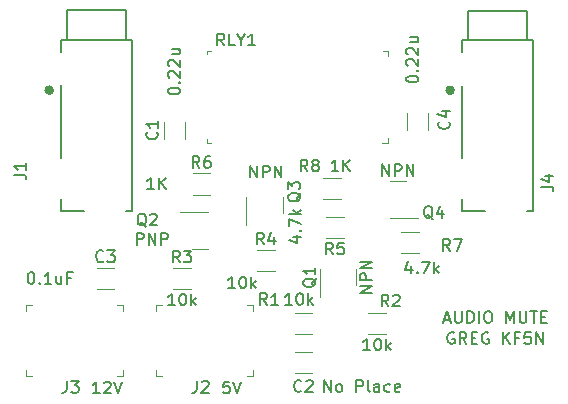
<source format=gto>
G04 #@! TF.GenerationSoftware,KiCad,Pcbnew,6.0.5-a6ca702e91~116~ubuntu20.04.1*
G04 #@! TF.CreationDate,2022-05-28T13:47:51-04:00*
G04 #@! TF.ProjectId,audiomute,61756469-6f6d-4757-9465-2e6b69636164,rev?*
G04 #@! TF.SameCoordinates,Original*
G04 #@! TF.FileFunction,Legend,Top*
G04 #@! TF.FilePolarity,Positive*
%FSLAX46Y46*%
G04 Gerber Fmt 4.6, Leading zero omitted, Abs format (unit mm)*
G04 Created by KiCad (PCBNEW 6.0.5-a6ca702e91~116~ubuntu20.04.1) date 2022-05-28 13:47:51*
%MOMM*%
%LPD*%
G01*
G04 APERTURE LIST*
%ADD10C,0.150000*%
%ADD11C,0.120000*%
%ADD12C,0.100000*%
%ADD13C,0.127000*%
%ADD14C,0.400000*%
G04 APERTURE END LIST*
D10*
X120579000Y-100592000D02*
X120483761Y-100544380D01*
X120340904Y-100544380D01*
X120198047Y-100592000D01*
X120102809Y-100687238D01*
X120055190Y-100782476D01*
X120007571Y-100972952D01*
X120007571Y-101115809D01*
X120055190Y-101306285D01*
X120102809Y-101401523D01*
X120198047Y-101496761D01*
X120340904Y-101544380D01*
X120436142Y-101544380D01*
X120579000Y-101496761D01*
X120626619Y-101449142D01*
X120626619Y-101115809D01*
X120436142Y-101115809D01*
X121626619Y-101544380D02*
X121293285Y-101068190D01*
X121055190Y-101544380D02*
X121055190Y-100544380D01*
X121436142Y-100544380D01*
X121531380Y-100592000D01*
X121579000Y-100639619D01*
X121626619Y-100734857D01*
X121626619Y-100877714D01*
X121579000Y-100972952D01*
X121531380Y-101020571D01*
X121436142Y-101068190D01*
X121055190Y-101068190D01*
X122055190Y-101020571D02*
X122388523Y-101020571D01*
X122531380Y-101544380D02*
X122055190Y-101544380D01*
X122055190Y-100544380D01*
X122531380Y-100544380D01*
X123483761Y-100592000D02*
X123388523Y-100544380D01*
X123245666Y-100544380D01*
X123102809Y-100592000D01*
X123007571Y-100687238D01*
X122959952Y-100782476D01*
X122912333Y-100972952D01*
X122912333Y-101115809D01*
X122959952Y-101306285D01*
X123007571Y-101401523D01*
X123102809Y-101496761D01*
X123245666Y-101544380D01*
X123340904Y-101544380D01*
X123483761Y-101496761D01*
X123531380Y-101449142D01*
X123531380Y-101115809D01*
X123340904Y-101115809D01*
X124721857Y-101544380D02*
X124721857Y-100544380D01*
X125293285Y-101544380D02*
X124864714Y-100972952D01*
X125293285Y-100544380D02*
X124721857Y-101115809D01*
X126055190Y-101020571D02*
X125721857Y-101020571D01*
X125721857Y-101544380D02*
X125721857Y-100544380D01*
X126198047Y-100544380D01*
X127055190Y-100544380D02*
X126579000Y-100544380D01*
X126531380Y-101020571D01*
X126579000Y-100972952D01*
X126674238Y-100925333D01*
X126912333Y-100925333D01*
X127007571Y-100972952D01*
X127055190Y-101020571D01*
X127102809Y-101115809D01*
X127102809Y-101353904D01*
X127055190Y-101449142D01*
X127007571Y-101496761D01*
X126912333Y-101544380D01*
X126674238Y-101544380D01*
X126579000Y-101496761D01*
X126531380Y-101449142D01*
X127531380Y-101544380D02*
X127531380Y-100544380D01*
X128102809Y-101544380D01*
X128102809Y-100544380D01*
X90566952Y-105735380D02*
X89995523Y-105735380D01*
X90281238Y-105735380D02*
X90281238Y-104735380D01*
X90186000Y-104878238D01*
X90090761Y-104973476D01*
X89995523Y-105021095D01*
X90947904Y-104830619D02*
X90995523Y-104783000D01*
X91090761Y-104735380D01*
X91328857Y-104735380D01*
X91424095Y-104783000D01*
X91471714Y-104830619D01*
X91519333Y-104925857D01*
X91519333Y-105021095D01*
X91471714Y-105163952D01*
X90900285Y-105735380D01*
X91519333Y-105735380D01*
X91805047Y-104735380D02*
X92138380Y-105735380D01*
X92471714Y-104735380D01*
X101536523Y-104735380D02*
X101060333Y-104735380D01*
X101012714Y-105211571D01*
X101060333Y-105163952D01*
X101155571Y-105116333D01*
X101393666Y-105116333D01*
X101488904Y-105163952D01*
X101536523Y-105211571D01*
X101584142Y-105306809D01*
X101584142Y-105544904D01*
X101536523Y-105640142D01*
X101488904Y-105687761D01*
X101393666Y-105735380D01*
X101155571Y-105735380D01*
X101060333Y-105687761D01*
X101012714Y-105640142D01*
X101869857Y-104735380D02*
X102203190Y-105735380D01*
X102536523Y-104735380D01*
X119745666Y-99480666D02*
X120221857Y-99480666D01*
X119650428Y-99766380D02*
X119983761Y-98766380D01*
X120317095Y-99766380D01*
X120650428Y-98766380D02*
X120650428Y-99575904D01*
X120698047Y-99671142D01*
X120745666Y-99718761D01*
X120840904Y-99766380D01*
X121031380Y-99766380D01*
X121126619Y-99718761D01*
X121174238Y-99671142D01*
X121221857Y-99575904D01*
X121221857Y-98766380D01*
X121698047Y-99766380D02*
X121698047Y-98766380D01*
X121936142Y-98766380D01*
X122079000Y-98814000D01*
X122174238Y-98909238D01*
X122221857Y-99004476D01*
X122269476Y-99194952D01*
X122269476Y-99337809D01*
X122221857Y-99528285D01*
X122174238Y-99623523D01*
X122079000Y-99718761D01*
X121936142Y-99766380D01*
X121698047Y-99766380D01*
X122698047Y-99766380D02*
X122698047Y-98766380D01*
X123364714Y-98766380D02*
X123555190Y-98766380D01*
X123650428Y-98814000D01*
X123745666Y-98909238D01*
X123793285Y-99099714D01*
X123793285Y-99433047D01*
X123745666Y-99623523D01*
X123650428Y-99718761D01*
X123555190Y-99766380D01*
X123364714Y-99766380D01*
X123269476Y-99718761D01*
X123174238Y-99623523D01*
X123126619Y-99433047D01*
X123126619Y-99099714D01*
X123174238Y-98909238D01*
X123269476Y-98814000D01*
X123364714Y-98766380D01*
X124983761Y-99766380D02*
X124983761Y-98766380D01*
X125317095Y-99480666D01*
X125650428Y-98766380D01*
X125650428Y-99766380D01*
X126126619Y-98766380D02*
X126126619Y-99575904D01*
X126174238Y-99671142D01*
X126221857Y-99718761D01*
X126317095Y-99766380D01*
X126507571Y-99766380D01*
X126602809Y-99718761D01*
X126650428Y-99671142D01*
X126698047Y-99575904D01*
X126698047Y-98766380D01*
X127031380Y-98766380D02*
X127602809Y-98766380D01*
X127317095Y-99766380D02*
X127317095Y-98766380D01*
X127936142Y-99242571D02*
X128269476Y-99242571D01*
X128412333Y-99766380D02*
X127936142Y-99766380D01*
X127936142Y-98766380D01*
X128412333Y-98766380D01*
X115022333Y-98369380D02*
X114689000Y-97893190D01*
X114450904Y-98369380D02*
X114450904Y-97369380D01*
X114831857Y-97369380D01*
X114927095Y-97417000D01*
X114974714Y-97464619D01*
X115022333Y-97559857D01*
X115022333Y-97702714D01*
X114974714Y-97797952D01*
X114927095Y-97845571D01*
X114831857Y-97893190D01*
X114450904Y-97893190D01*
X115403285Y-97464619D02*
X115450904Y-97417000D01*
X115546142Y-97369380D01*
X115784238Y-97369380D01*
X115879476Y-97417000D01*
X115927095Y-97464619D01*
X115974714Y-97559857D01*
X115974714Y-97655095D01*
X115927095Y-97797952D01*
X115355666Y-98369380D01*
X115974714Y-98369380D01*
X113450761Y-102094380D02*
X112879333Y-102094380D01*
X113165047Y-102094380D02*
X113165047Y-101094380D01*
X113069809Y-101237238D01*
X112974571Y-101332476D01*
X112879333Y-101380095D01*
X114069809Y-101094380D02*
X114165047Y-101094380D01*
X114260285Y-101142000D01*
X114307904Y-101189619D01*
X114355523Y-101284857D01*
X114403142Y-101475333D01*
X114403142Y-101713428D01*
X114355523Y-101903904D01*
X114307904Y-101999142D01*
X114260285Y-102046761D01*
X114165047Y-102094380D01*
X114069809Y-102094380D01*
X113974571Y-102046761D01*
X113926952Y-101999142D01*
X113879333Y-101903904D01*
X113831714Y-101713428D01*
X113831714Y-101475333D01*
X113879333Y-101284857D01*
X113926952Y-101189619D01*
X113974571Y-101142000D01*
X114069809Y-101094380D01*
X114831714Y-102094380D02*
X114831714Y-101094380D01*
X114926952Y-101713428D02*
X115212666Y-102094380D01*
X115212666Y-101427714D02*
X114831714Y-101808666D01*
X108891619Y-95980238D02*
X108844000Y-96075476D01*
X108748761Y-96170714D01*
X108605904Y-96313571D01*
X108558285Y-96408809D01*
X108558285Y-96504047D01*
X108796380Y-96456428D02*
X108748761Y-96551666D01*
X108653523Y-96646904D01*
X108463047Y-96694523D01*
X108129714Y-96694523D01*
X107939238Y-96646904D01*
X107844000Y-96551666D01*
X107796380Y-96456428D01*
X107796380Y-96265952D01*
X107844000Y-96170714D01*
X107939238Y-96075476D01*
X108129714Y-96027857D01*
X108463047Y-96027857D01*
X108653523Y-96075476D01*
X108748761Y-96170714D01*
X108796380Y-96265952D01*
X108796380Y-96456428D01*
X108796380Y-95075476D02*
X108796380Y-95646904D01*
X108796380Y-95361190D02*
X107796380Y-95361190D01*
X107939238Y-95456428D01*
X108034476Y-95551666D01*
X108082095Y-95646904D01*
X113596380Y-97194523D02*
X112596380Y-97194523D01*
X113596380Y-96623095D01*
X112596380Y-96623095D01*
X113596380Y-96146904D02*
X112596380Y-96146904D01*
X112596380Y-95765952D01*
X112644000Y-95670714D01*
X112691619Y-95623095D01*
X112786857Y-95575476D01*
X112929714Y-95575476D01*
X113024952Y-95623095D01*
X113072571Y-95670714D01*
X113120190Y-95765952D01*
X113120190Y-96146904D01*
X113596380Y-95146904D02*
X112596380Y-95146904D01*
X113596380Y-94575476D01*
X112596380Y-94575476D01*
X107608619Y-88741238D02*
X107561000Y-88836476D01*
X107465761Y-88931714D01*
X107322904Y-89074571D01*
X107275285Y-89169809D01*
X107275285Y-89265047D01*
X107513380Y-89217428D02*
X107465761Y-89312666D01*
X107370523Y-89407904D01*
X107180047Y-89455523D01*
X106846714Y-89455523D01*
X106656238Y-89407904D01*
X106561000Y-89312666D01*
X106513380Y-89217428D01*
X106513380Y-89026952D01*
X106561000Y-88931714D01*
X106656238Y-88836476D01*
X106846714Y-88788857D01*
X107180047Y-88788857D01*
X107370523Y-88836476D01*
X107465761Y-88931714D01*
X107513380Y-89026952D01*
X107513380Y-89217428D01*
X106513380Y-88455523D02*
X106513380Y-87836476D01*
X106894333Y-88169809D01*
X106894333Y-88026952D01*
X106941952Y-87931714D01*
X106989571Y-87884095D01*
X107084809Y-87836476D01*
X107322904Y-87836476D01*
X107418142Y-87884095D01*
X107465761Y-87931714D01*
X107513380Y-88026952D01*
X107513380Y-88312666D01*
X107465761Y-88407904D01*
X107418142Y-88455523D01*
X103338476Y-87447380D02*
X103338476Y-86447380D01*
X103909904Y-87447380D01*
X103909904Y-86447380D01*
X104386095Y-87447380D02*
X104386095Y-86447380D01*
X104767047Y-86447380D01*
X104862285Y-86495000D01*
X104909904Y-86542619D01*
X104957523Y-86637857D01*
X104957523Y-86780714D01*
X104909904Y-86875952D01*
X104862285Y-86923571D01*
X104767047Y-86971190D01*
X104386095Y-86971190D01*
X105386095Y-87447380D02*
X105386095Y-86447380D01*
X105957523Y-87447380D01*
X105957523Y-86447380D01*
X107656333Y-105513142D02*
X107608714Y-105560761D01*
X107465857Y-105608380D01*
X107370619Y-105608380D01*
X107227761Y-105560761D01*
X107132523Y-105465523D01*
X107084904Y-105370285D01*
X107037285Y-105179809D01*
X107037285Y-105036952D01*
X107084904Y-104846476D01*
X107132523Y-104751238D01*
X107227761Y-104656000D01*
X107370619Y-104608380D01*
X107465857Y-104608380D01*
X107608714Y-104656000D01*
X107656333Y-104703619D01*
X108037285Y-104703619D02*
X108084904Y-104656000D01*
X108180142Y-104608380D01*
X108418238Y-104608380D01*
X108513476Y-104656000D01*
X108561095Y-104703619D01*
X108608714Y-104798857D01*
X108608714Y-104894095D01*
X108561095Y-105036952D01*
X107989666Y-105608380D01*
X108608714Y-105608380D01*
X109585523Y-105608380D02*
X109585523Y-104608380D01*
X110156952Y-105608380D01*
X110156952Y-104608380D01*
X110776000Y-105608380D02*
X110680761Y-105560761D01*
X110633142Y-105513142D01*
X110585523Y-105417904D01*
X110585523Y-105132190D01*
X110633142Y-105036952D01*
X110680761Y-104989333D01*
X110776000Y-104941714D01*
X110918857Y-104941714D01*
X111014095Y-104989333D01*
X111061714Y-105036952D01*
X111109333Y-105132190D01*
X111109333Y-105417904D01*
X111061714Y-105513142D01*
X111014095Y-105560761D01*
X110918857Y-105608380D01*
X110776000Y-105608380D01*
X112299809Y-105608380D02*
X112299809Y-104608380D01*
X112680761Y-104608380D01*
X112776000Y-104656000D01*
X112823619Y-104703619D01*
X112871238Y-104798857D01*
X112871238Y-104941714D01*
X112823619Y-105036952D01*
X112776000Y-105084571D01*
X112680761Y-105132190D01*
X112299809Y-105132190D01*
X113442666Y-105608380D02*
X113347428Y-105560761D01*
X113299809Y-105465523D01*
X113299809Y-104608380D01*
X114252190Y-105608380D02*
X114252190Y-105084571D01*
X114204571Y-104989333D01*
X114109333Y-104941714D01*
X113918857Y-104941714D01*
X113823619Y-104989333D01*
X114252190Y-105560761D02*
X114156952Y-105608380D01*
X113918857Y-105608380D01*
X113823619Y-105560761D01*
X113776000Y-105465523D01*
X113776000Y-105370285D01*
X113823619Y-105275047D01*
X113918857Y-105227428D01*
X114156952Y-105227428D01*
X114252190Y-105179809D01*
X115156952Y-105560761D02*
X115061714Y-105608380D01*
X114871238Y-105608380D01*
X114776000Y-105560761D01*
X114728380Y-105513142D01*
X114680761Y-105417904D01*
X114680761Y-105132190D01*
X114728380Y-105036952D01*
X114776000Y-104989333D01*
X114871238Y-104941714D01*
X115061714Y-104941714D01*
X115156952Y-104989333D01*
X115966476Y-105560761D02*
X115871238Y-105608380D01*
X115680761Y-105608380D01*
X115585523Y-105560761D01*
X115537904Y-105465523D01*
X115537904Y-105084571D01*
X115585523Y-104989333D01*
X115680761Y-104941714D01*
X115871238Y-104941714D01*
X115966476Y-104989333D01*
X116014095Y-105084571D01*
X116014095Y-105179809D01*
X115537904Y-105275047D01*
X98807666Y-104671380D02*
X98807666Y-105385666D01*
X98760047Y-105528523D01*
X98664809Y-105623761D01*
X98521952Y-105671380D01*
X98426714Y-105671380D01*
X99236238Y-104766619D02*
X99283857Y-104719000D01*
X99379095Y-104671380D01*
X99617190Y-104671380D01*
X99712428Y-104719000D01*
X99760047Y-104766619D01*
X99807666Y-104861857D01*
X99807666Y-104957095D01*
X99760047Y-105099952D01*
X99188619Y-105671380D01*
X99807666Y-105671380D01*
X108164333Y-86939380D02*
X107831000Y-86463190D01*
X107592904Y-86939380D02*
X107592904Y-85939380D01*
X107973857Y-85939380D01*
X108069095Y-85987000D01*
X108116714Y-86034619D01*
X108164333Y-86129857D01*
X108164333Y-86272714D01*
X108116714Y-86367952D01*
X108069095Y-86415571D01*
X107973857Y-86463190D01*
X107592904Y-86463190D01*
X108735761Y-86367952D02*
X108640523Y-86320333D01*
X108592904Y-86272714D01*
X108545285Y-86177476D01*
X108545285Y-86129857D01*
X108592904Y-86034619D01*
X108640523Y-85987000D01*
X108735761Y-85939380D01*
X108926238Y-85939380D01*
X109021476Y-85987000D01*
X109069095Y-86034619D01*
X109116714Y-86129857D01*
X109116714Y-86177476D01*
X109069095Y-86272714D01*
X109021476Y-86320333D01*
X108926238Y-86367952D01*
X108735761Y-86367952D01*
X108640523Y-86415571D01*
X108592904Y-86463190D01*
X108545285Y-86558428D01*
X108545285Y-86748904D01*
X108592904Y-86844142D01*
X108640523Y-86891761D01*
X108735761Y-86939380D01*
X108926238Y-86939380D01*
X109021476Y-86891761D01*
X109069095Y-86844142D01*
X109116714Y-86748904D01*
X109116714Y-86558428D01*
X109069095Y-86463190D01*
X109021476Y-86415571D01*
X108926238Y-86367952D01*
X110783714Y-86939380D02*
X110212285Y-86939380D01*
X110498000Y-86939380D02*
X110498000Y-85939380D01*
X110402761Y-86082238D01*
X110307523Y-86177476D01*
X110212285Y-86225095D01*
X111212285Y-86939380D02*
X111212285Y-85939380D01*
X111783714Y-86939380D02*
X111355142Y-86367952D01*
X111783714Y-85939380D02*
X111212285Y-86510809D01*
X95408142Y-83605666D02*
X95455761Y-83653285D01*
X95503380Y-83796142D01*
X95503380Y-83891380D01*
X95455761Y-84034238D01*
X95360523Y-84129476D01*
X95265285Y-84177095D01*
X95074809Y-84224714D01*
X94931952Y-84224714D01*
X94741476Y-84177095D01*
X94646238Y-84129476D01*
X94551000Y-84034238D01*
X94503380Y-83891380D01*
X94503380Y-83796142D01*
X94551000Y-83653285D01*
X94598619Y-83605666D01*
X95503380Y-82653285D02*
X95503380Y-83224714D01*
X95503380Y-82939000D02*
X94503380Y-82939000D01*
X94646238Y-83034238D01*
X94741476Y-83129476D01*
X94789095Y-83224714D01*
X96353380Y-80176476D02*
X96353380Y-80081238D01*
X96401000Y-79986000D01*
X96448619Y-79938380D01*
X96543857Y-79890761D01*
X96734333Y-79843142D01*
X96972428Y-79843142D01*
X97162904Y-79890761D01*
X97258142Y-79938380D01*
X97305761Y-79986000D01*
X97353380Y-80081238D01*
X97353380Y-80176476D01*
X97305761Y-80271714D01*
X97258142Y-80319333D01*
X97162904Y-80366952D01*
X96972428Y-80414571D01*
X96734333Y-80414571D01*
X96543857Y-80366952D01*
X96448619Y-80319333D01*
X96401000Y-80271714D01*
X96353380Y-80176476D01*
X97258142Y-79414571D02*
X97305761Y-79366952D01*
X97353380Y-79414571D01*
X97305761Y-79462190D01*
X97258142Y-79414571D01*
X97353380Y-79414571D01*
X96448619Y-78986000D02*
X96401000Y-78938380D01*
X96353380Y-78843142D01*
X96353380Y-78605047D01*
X96401000Y-78509809D01*
X96448619Y-78462190D01*
X96543857Y-78414571D01*
X96639095Y-78414571D01*
X96781952Y-78462190D01*
X97353380Y-79033619D01*
X97353380Y-78414571D01*
X96448619Y-78033619D02*
X96401000Y-77986000D01*
X96353380Y-77890761D01*
X96353380Y-77652666D01*
X96401000Y-77557428D01*
X96448619Y-77509809D01*
X96543857Y-77462190D01*
X96639095Y-77462190D01*
X96781952Y-77509809D01*
X97353380Y-78081238D01*
X97353380Y-77462190D01*
X96686714Y-76605047D02*
X97353380Y-76605047D01*
X96686714Y-77033619D02*
X97210523Y-77033619D01*
X97305761Y-76986000D01*
X97353380Y-76890761D01*
X97353380Y-76747904D01*
X97305761Y-76652666D01*
X97258142Y-76605047D01*
X101108000Y-76271380D02*
X100774666Y-75795190D01*
X100536571Y-76271380D02*
X100536571Y-75271380D01*
X100917523Y-75271380D01*
X101012761Y-75319000D01*
X101060380Y-75366619D01*
X101108000Y-75461857D01*
X101108000Y-75604714D01*
X101060380Y-75699952D01*
X101012761Y-75747571D01*
X100917523Y-75795190D01*
X100536571Y-75795190D01*
X102012761Y-76271380D02*
X101536571Y-76271380D01*
X101536571Y-75271380D01*
X102536571Y-75795190D02*
X102536571Y-76271380D01*
X102203238Y-75271380D02*
X102536571Y-75795190D01*
X102869904Y-75271380D01*
X103727047Y-76271380D02*
X103155619Y-76271380D01*
X103441333Y-76271380D02*
X103441333Y-75271380D01*
X103346095Y-75414238D01*
X103250857Y-75509476D01*
X103155619Y-75557095D01*
X90892333Y-94519142D02*
X90844714Y-94566761D01*
X90701857Y-94614380D01*
X90606619Y-94614380D01*
X90463761Y-94566761D01*
X90368523Y-94471523D01*
X90320904Y-94376285D01*
X90273285Y-94185809D01*
X90273285Y-94042952D01*
X90320904Y-93852476D01*
X90368523Y-93757238D01*
X90463761Y-93662000D01*
X90606619Y-93614380D01*
X90701857Y-93614380D01*
X90844714Y-93662000D01*
X90892333Y-93709619D01*
X91225666Y-93614380D02*
X91844714Y-93614380D01*
X91511380Y-93995333D01*
X91654238Y-93995333D01*
X91749476Y-94042952D01*
X91797095Y-94090571D01*
X91844714Y-94185809D01*
X91844714Y-94423904D01*
X91797095Y-94519142D01*
X91749476Y-94566761D01*
X91654238Y-94614380D01*
X91368523Y-94614380D01*
X91273285Y-94566761D01*
X91225666Y-94519142D01*
X84717142Y-95464380D02*
X84812380Y-95464380D01*
X84907619Y-95512000D01*
X84955238Y-95559619D01*
X85002857Y-95654857D01*
X85050476Y-95845333D01*
X85050476Y-96083428D01*
X85002857Y-96273904D01*
X84955238Y-96369142D01*
X84907619Y-96416761D01*
X84812380Y-96464380D01*
X84717142Y-96464380D01*
X84621904Y-96416761D01*
X84574285Y-96369142D01*
X84526666Y-96273904D01*
X84479047Y-96083428D01*
X84479047Y-95845333D01*
X84526666Y-95654857D01*
X84574285Y-95559619D01*
X84621904Y-95512000D01*
X84717142Y-95464380D01*
X85479047Y-96369142D02*
X85526666Y-96416761D01*
X85479047Y-96464380D01*
X85431428Y-96416761D01*
X85479047Y-96369142D01*
X85479047Y-96464380D01*
X86479047Y-96464380D02*
X85907619Y-96464380D01*
X86193333Y-96464380D02*
X86193333Y-95464380D01*
X86098095Y-95607238D01*
X86002857Y-95702476D01*
X85907619Y-95750095D01*
X87336190Y-95797714D02*
X87336190Y-96464380D01*
X86907619Y-95797714D02*
X86907619Y-96321523D01*
X86955238Y-96416761D01*
X87050476Y-96464380D01*
X87193333Y-96464380D01*
X87288571Y-96416761D01*
X87336190Y-96369142D01*
X88145714Y-95940571D02*
X87812380Y-95940571D01*
X87812380Y-96464380D02*
X87812380Y-95464380D01*
X88288571Y-95464380D01*
X97369333Y-94644380D02*
X97036000Y-94168190D01*
X96797904Y-94644380D02*
X96797904Y-93644380D01*
X97178857Y-93644380D01*
X97274095Y-93692000D01*
X97321714Y-93739619D01*
X97369333Y-93834857D01*
X97369333Y-93977714D01*
X97321714Y-94072952D01*
X97274095Y-94120571D01*
X97178857Y-94168190D01*
X96797904Y-94168190D01*
X97702666Y-93644380D02*
X98321714Y-93644380D01*
X97988380Y-94025333D01*
X98131238Y-94025333D01*
X98226476Y-94072952D01*
X98274095Y-94120571D01*
X98321714Y-94215809D01*
X98321714Y-94453904D01*
X98274095Y-94549142D01*
X98226476Y-94596761D01*
X98131238Y-94644380D01*
X97845523Y-94644380D01*
X97750285Y-94596761D01*
X97702666Y-94549142D01*
X96940761Y-98284380D02*
X96369333Y-98284380D01*
X96655047Y-98284380D02*
X96655047Y-97284380D01*
X96559809Y-97427238D01*
X96464571Y-97522476D01*
X96369333Y-97570095D01*
X97559809Y-97284380D02*
X97655047Y-97284380D01*
X97750285Y-97332000D01*
X97797904Y-97379619D01*
X97845523Y-97474857D01*
X97893142Y-97665333D01*
X97893142Y-97903428D01*
X97845523Y-98093904D01*
X97797904Y-98189142D01*
X97750285Y-98236761D01*
X97655047Y-98284380D01*
X97559809Y-98284380D01*
X97464571Y-98236761D01*
X97416952Y-98189142D01*
X97369333Y-98093904D01*
X97321714Y-97903428D01*
X97321714Y-97665333D01*
X97369333Y-97474857D01*
X97416952Y-97379619D01*
X97464571Y-97332000D01*
X97559809Y-97284380D01*
X98321714Y-98284380D02*
X98321714Y-97284380D01*
X98416952Y-97903428D02*
X98702666Y-98284380D01*
X98702666Y-97617714D02*
X98321714Y-97998666D01*
X99020333Y-86643380D02*
X98687000Y-86167190D01*
X98448904Y-86643380D02*
X98448904Y-85643380D01*
X98829857Y-85643380D01*
X98925095Y-85691000D01*
X98972714Y-85738619D01*
X99020333Y-85833857D01*
X99020333Y-85976714D01*
X98972714Y-86071952D01*
X98925095Y-86119571D01*
X98829857Y-86167190D01*
X98448904Y-86167190D01*
X99877476Y-85643380D02*
X99687000Y-85643380D01*
X99591761Y-85691000D01*
X99544142Y-85738619D01*
X99448904Y-85881476D01*
X99401285Y-86071952D01*
X99401285Y-86452904D01*
X99448904Y-86548142D01*
X99496523Y-86595761D01*
X99591761Y-86643380D01*
X99782238Y-86643380D01*
X99877476Y-86595761D01*
X99925095Y-86548142D01*
X99972714Y-86452904D01*
X99972714Y-86214809D01*
X99925095Y-86119571D01*
X99877476Y-86071952D01*
X99782238Y-86024333D01*
X99591761Y-86024333D01*
X99496523Y-86071952D01*
X99448904Y-86119571D01*
X99401285Y-86214809D01*
X95162714Y-88463380D02*
X94591285Y-88463380D01*
X94877000Y-88463380D02*
X94877000Y-87463380D01*
X94781761Y-87606238D01*
X94686523Y-87701476D01*
X94591285Y-87749095D01*
X95591285Y-88463380D02*
X95591285Y-87463380D01*
X96162714Y-88463380D02*
X95734142Y-87891952D01*
X96162714Y-87463380D02*
X95591285Y-88034809D01*
X120229333Y-93670380D02*
X119896000Y-93194190D01*
X119657904Y-93670380D02*
X119657904Y-92670380D01*
X120038857Y-92670380D01*
X120134095Y-92718000D01*
X120181714Y-92765619D01*
X120229333Y-92860857D01*
X120229333Y-93003714D01*
X120181714Y-93098952D01*
X120134095Y-93146571D01*
X120038857Y-93194190D01*
X119657904Y-93194190D01*
X120562666Y-92670380D02*
X121229333Y-92670380D01*
X120800761Y-93670380D01*
X116927428Y-94908714D02*
X116927428Y-95575380D01*
X116689333Y-94527761D02*
X116451238Y-95242047D01*
X117070285Y-95242047D01*
X117451238Y-95480142D02*
X117498857Y-95527761D01*
X117451238Y-95575380D01*
X117403619Y-95527761D01*
X117451238Y-95480142D01*
X117451238Y-95575380D01*
X117832190Y-94575380D02*
X118498857Y-94575380D01*
X118070285Y-95575380D01*
X118879809Y-95575380D02*
X118879809Y-94575380D01*
X118975047Y-95194428D02*
X119260761Y-95575380D01*
X119260761Y-94908714D02*
X118879809Y-95289666D01*
X127975350Y-88217960D02*
X128690980Y-88217960D01*
X128834106Y-88265669D01*
X128929523Y-88361086D01*
X128977232Y-88504212D01*
X128977232Y-88599630D01*
X128309311Y-87311496D02*
X128977232Y-87311496D01*
X127927641Y-87550039D02*
X128643271Y-87788582D01*
X128643271Y-87168370D01*
X104481333Y-93120380D02*
X104148000Y-92644190D01*
X103909904Y-93120380D02*
X103909904Y-92120380D01*
X104290857Y-92120380D01*
X104386095Y-92168000D01*
X104433714Y-92215619D01*
X104481333Y-92310857D01*
X104481333Y-92453714D01*
X104433714Y-92548952D01*
X104386095Y-92596571D01*
X104290857Y-92644190D01*
X103909904Y-92644190D01*
X105338476Y-92453714D02*
X105338476Y-93120380D01*
X105100380Y-92072761D02*
X104862285Y-92787047D01*
X105481333Y-92787047D01*
X102020761Y-96845380D02*
X101449333Y-96845380D01*
X101735047Y-96845380D02*
X101735047Y-95845380D01*
X101639809Y-95988238D01*
X101544571Y-96083476D01*
X101449333Y-96131095D01*
X102639809Y-95845380D02*
X102735047Y-95845380D01*
X102830285Y-95893000D01*
X102877904Y-95940619D01*
X102925523Y-96035857D01*
X102973142Y-96226333D01*
X102973142Y-96464428D01*
X102925523Y-96654904D01*
X102877904Y-96750142D01*
X102830285Y-96797761D01*
X102735047Y-96845380D01*
X102639809Y-96845380D01*
X102544571Y-96797761D01*
X102496952Y-96750142D01*
X102449333Y-96654904D01*
X102401714Y-96464428D01*
X102401714Y-96226333D01*
X102449333Y-96035857D01*
X102496952Y-95940619D01*
X102544571Y-95893000D01*
X102639809Y-95845380D01*
X103401714Y-96845380D02*
X103401714Y-95845380D01*
X103496952Y-96464428D02*
X103782666Y-96845380D01*
X103782666Y-96178714D02*
X103401714Y-96559666D01*
X94519761Y-91606619D02*
X94424523Y-91559000D01*
X94329285Y-91463761D01*
X94186428Y-91320904D01*
X94091190Y-91273285D01*
X93995952Y-91273285D01*
X94043571Y-91511380D02*
X93948333Y-91463761D01*
X93853095Y-91368523D01*
X93805476Y-91178047D01*
X93805476Y-90844714D01*
X93853095Y-90654238D01*
X93948333Y-90559000D01*
X94043571Y-90511380D01*
X94234047Y-90511380D01*
X94329285Y-90559000D01*
X94424523Y-90654238D01*
X94472142Y-90844714D01*
X94472142Y-91178047D01*
X94424523Y-91368523D01*
X94329285Y-91463761D01*
X94234047Y-91511380D01*
X94043571Y-91511380D01*
X94853095Y-90606619D02*
X94900714Y-90559000D01*
X94995952Y-90511380D01*
X95234047Y-90511380D01*
X95329285Y-90559000D01*
X95376904Y-90606619D01*
X95424523Y-90701857D01*
X95424523Y-90797095D01*
X95376904Y-90939952D01*
X94805476Y-91511380D01*
X95424523Y-91511380D01*
X93710285Y-93162380D02*
X93710285Y-92162380D01*
X94091238Y-92162380D01*
X94186476Y-92210000D01*
X94234095Y-92257619D01*
X94281714Y-92352857D01*
X94281714Y-92495714D01*
X94234095Y-92590952D01*
X94186476Y-92638571D01*
X94091238Y-92686190D01*
X93710285Y-92686190D01*
X94710285Y-93162380D02*
X94710285Y-92162380D01*
X95281714Y-93162380D01*
X95281714Y-92162380D01*
X95757904Y-93162380D02*
X95757904Y-92162380D01*
X96138857Y-92162380D01*
X96234095Y-92210000D01*
X96281714Y-92257619D01*
X96329333Y-92352857D01*
X96329333Y-92495714D01*
X96281714Y-92590952D01*
X96234095Y-92638571D01*
X96138857Y-92686190D01*
X95757904Y-92686190D01*
X83351315Y-87224175D02*
X84066945Y-87224175D01*
X84210071Y-87271884D01*
X84305488Y-87367301D01*
X84353197Y-87510427D01*
X84353197Y-87605845D01*
X84353197Y-86222293D02*
X84353197Y-86794797D01*
X84353197Y-86508545D02*
X83351315Y-86508545D01*
X83494441Y-86603963D01*
X83589858Y-86699380D01*
X83637567Y-86794797D01*
X104735333Y-98242380D02*
X104402000Y-97766190D01*
X104163904Y-98242380D02*
X104163904Y-97242380D01*
X104544857Y-97242380D01*
X104640095Y-97290000D01*
X104687714Y-97337619D01*
X104735333Y-97432857D01*
X104735333Y-97575714D01*
X104687714Y-97670952D01*
X104640095Y-97718571D01*
X104544857Y-97766190D01*
X104163904Y-97766190D01*
X105687714Y-98242380D02*
X105116285Y-98242380D01*
X105402000Y-98242380D02*
X105402000Y-97242380D01*
X105306761Y-97385238D01*
X105211523Y-97480476D01*
X105116285Y-97528095D01*
X106846761Y-98242380D02*
X106275333Y-98242380D01*
X106561047Y-98242380D02*
X106561047Y-97242380D01*
X106465809Y-97385238D01*
X106370571Y-97480476D01*
X106275333Y-97528095D01*
X107465809Y-97242380D02*
X107561047Y-97242380D01*
X107656285Y-97290000D01*
X107703904Y-97337619D01*
X107751523Y-97432857D01*
X107799142Y-97623333D01*
X107799142Y-97861428D01*
X107751523Y-98051904D01*
X107703904Y-98147142D01*
X107656285Y-98194761D01*
X107561047Y-98242380D01*
X107465809Y-98242380D01*
X107370571Y-98194761D01*
X107322952Y-98147142D01*
X107275333Y-98051904D01*
X107227714Y-97861428D01*
X107227714Y-97623333D01*
X107275333Y-97432857D01*
X107322952Y-97337619D01*
X107370571Y-97290000D01*
X107465809Y-97242380D01*
X108227714Y-98242380D02*
X108227714Y-97242380D01*
X108322952Y-97861428D02*
X108608666Y-98242380D01*
X108608666Y-97575714D02*
X108227714Y-97956666D01*
X118776761Y-90971619D02*
X118681523Y-90924000D01*
X118586285Y-90828761D01*
X118443428Y-90685904D01*
X118348190Y-90638285D01*
X118252952Y-90638285D01*
X118300571Y-90876380D02*
X118205333Y-90828761D01*
X118110095Y-90733523D01*
X118062476Y-90543047D01*
X118062476Y-90209714D01*
X118110095Y-90019238D01*
X118205333Y-89924000D01*
X118300571Y-89876380D01*
X118491047Y-89876380D01*
X118586285Y-89924000D01*
X118681523Y-90019238D01*
X118729142Y-90209714D01*
X118729142Y-90543047D01*
X118681523Y-90733523D01*
X118586285Y-90828761D01*
X118491047Y-90876380D01*
X118300571Y-90876380D01*
X119586285Y-90209714D02*
X119586285Y-90876380D01*
X119348190Y-89828761D02*
X119110095Y-90543047D01*
X119729142Y-90543047D01*
X114514476Y-87333380D02*
X114514476Y-86333380D01*
X115085904Y-87333380D01*
X115085904Y-86333380D01*
X115562095Y-87333380D02*
X115562095Y-86333380D01*
X115943047Y-86333380D01*
X116038285Y-86381000D01*
X116085904Y-86428619D01*
X116133523Y-86523857D01*
X116133523Y-86666714D01*
X116085904Y-86761952D01*
X116038285Y-86809571D01*
X115943047Y-86857190D01*
X115562095Y-86857190D01*
X116562095Y-87333380D02*
X116562095Y-86333380D01*
X117133523Y-87333380D01*
X117133523Y-86333380D01*
X87782666Y-104671380D02*
X87782666Y-105385666D01*
X87735047Y-105528523D01*
X87639809Y-105623761D01*
X87496952Y-105671380D01*
X87401714Y-105671380D01*
X88163619Y-104671380D02*
X88782666Y-104671380D01*
X88449333Y-105052333D01*
X88592190Y-105052333D01*
X88687428Y-105099952D01*
X88735047Y-105147571D01*
X88782666Y-105242809D01*
X88782666Y-105480904D01*
X88735047Y-105576142D01*
X88687428Y-105623761D01*
X88592190Y-105671380D01*
X88306476Y-105671380D01*
X88211238Y-105623761D01*
X88163619Y-105576142D01*
X120118142Y-82716666D02*
X120165761Y-82764285D01*
X120213380Y-82907142D01*
X120213380Y-83002380D01*
X120165761Y-83145238D01*
X120070523Y-83240476D01*
X119975285Y-83288095D01*
X119784809Y-83335714D01*
X119641952Y-83335714D01*
X119451476Y-83288095D01*
X119356238Y-83240476D01*
X119261000Y-83145238D01*
X119213380Y-83002380D01*
X119213380Y-82907142D01*
X119261000Y-82764285D01*
X119308619Y-82716666D01*
X119546714Y-81859523D02*
X120213380Y-81859523D01*
X119165761Y-82097619D02*
X119880047Y-82335714D01*
X119880047Y-81716666D01*
X116546380Y-79160476D02*
X116546380Y-79065238D01*
X116594000Y-78970000D01*
X116641619Y-78922380D01*
X116736857Y-78874761D01*
X116927333Y-78827142D01*
X117165428Y-78827142D01*
X117355904Y-78874761D01*
X117451142Y-78922380D01*
X117498761Y-78970000D01*
X117546380Y-79065238D01*
X117546380Y-79160476D01*
X117498761Y-79255714D01*
X117451142Y-79303333D01*
X117355904Y-79350952D01*
X117165428Y-79398571D01*
X116927333Y-79398571D01*
X116736857Y-79350952D01*
X116641619Y-79303333D01*
X116594000Y-79255714D01*
X116546380Y-79160476D01*
X117451142Y-78398571D02*
X117498761Y-78350952D01*
X117546380Y-78398571D01*
X117498761Y-78446190D01*
X117451142Y-78398571D01*
X117546380Y-78398571D01*
X116641619Y-77970000D02*
X116594000Y-77922380D01*
X116546380Y-77827142D01*
X116546380Y-77589047D01*
X116594000Y-77493809D01*
X116641619Y-77446190D01*
X116736857Y-77398571D01*
X116832095Y-77398571D01*
X116974952Y-77446190D01*
X117546380Y-78017619D01*
X117546380Y-77398571D01*
X116641619Y-77017619D02*
X116594000Y-76970000D01*
X116546380Y-76874761D01*
X116546380Y-76636666D01*
X116594000Y-76541428D01*
X116641619Y-76493809D01*
X116736857Y-76446190D01*
X116832095Y-76446190D01*
X116974952Y-76493809D01*
X117546380Y-77065238D01*
X117546380Y-76446190D01*
X116879714Y-75589047D02*
X117546380Y-75589047D01*
X116879714Y-76017619D02*
X117403523Y-76017619D01*
X117498761Y-75970000D01*
X117546380Y-75874761D01*
X117546380Y-75731904D01*
X117498761Y-75636666D01*
X117451142Y-75589047D01*
X110323333Y-93966380D02*
X109990000Y-93490190D01*
X109751904Y-93966380D02*
X109751904Y-92966380D01*
X110132857Y-92966380D01*
X110228095Y-93014000D01*
X110275714Y-93061619D01*
X110323333Y-93156857D01*
X110323333Y-93299714D01*
X110275714Y-93394952D01*
X110228095Y-93442571D01*
X110132857Y-93490190D01*
X109751904Y-93490190D01*
X111228095Y-92966380D02*
X110751904Y-92966380D01*
X110704285Y-93442571D01*
X110751904Y-93394952D01*
X110847142Y-93347333D01*
X111085238Y-93347333D01*
X111180476Y-93394952D01*
X111228095Y-93442571D01*
X111275714Y-93537809D01*
X111275714Y-93775904D01*
X111228095Y-93871142D01*
X111180476Y-93918761D01*
X111085238Y-93966380D01*
X110847142Y-93966380D01*
X110751904Y-93918761D01*
X110704285Y-93871142D01*
X106973714Y-92495571D02*
X107640380Y-92495571D01*
X106592761Y-92733666D02*
X107307047Y-92971761D01*
X107307047Y-92352714D01*
X107545142Y-91971761D02*
X107592761Y-91924142D01*
X107640380Y-91971761D01*
X107592761Y-92019380D01*
X107545142Y-91971761D01*
X107640380Y-91971761D01*
X106640380Y-91590809D02*
X106640380Y-90924142D01*
X107640380Y-91352714D01*
X107640380Y-90543190D02*
X106640380Y-90543190D01*
X107259428Y-90447952D02*
X107640380Y-90162238D01*
X106973714Y-90162238D02*
X107354666Y-90543190D01*
D11*
X113318936Y-100732000D02*
X114773064Y-100732000D01*
X113318936Y-98912000D02*
X114773064Y-98912000D01*
X109184000Y-95885000D02*
X109184000Y-95235000D01*
X112304000Y-95885000D02*
X112304000Y-96535000D01*
X112304000Y-95885000D02*
X112304000Y-95235000D01*
X109184000Y-95885000D02*
X109184000Y-97560000D01*
X102961000Y-89789000D02*
X102961000Y-89139000D01*
X102961000Y-89789000D02*
X102961000Y-91464000D01*
X106081000Y-89789000D02*
X106081000Y-89139000D01*
X106081000Y-89789000D02*
X106081000Y-90439000D01*
X108534252Y-104034000D02*
X107111748Y-104034000D01*
X108534252Y-102214000D02*
X107111748Y-102214000D01*
D12*
X103541000Y-98219000D02*
X103041000Y-98219000D01*
X103541000Y-104219000D02*
X103041000Y-104219000D01*
X103541000Y-104219000D02*
X103541000Y-103719000D01*
X95341000Y-104219000D02*
X95341000Y-103719000D01*
X103541000Y-98219000D02*
X103541000Y-98719000D01*
X95341000Y-98219000D02*
X95341000Y-98719000D01*
X95341000Y-98219000D02*
X95841000Y-98219000D01*
X95341000Y-104219000D02*
X95841000Y-104219000D01*
D11*
X109508936Y-89302000D02*
X110963064Y-89302000D01*
X109508936Y-87482000D02*
X110963064Y-87482000D01*
X95991000Y-84150252D02*
X95991000Y-82727748D01*
X97811000Y-84150252D02*
X97811000Y-82727748D01*
D12*
X99690000Y-84505000D02*
X99690000Y-84230000D01*
X114940000Y-76780000D02*
X114940000Y-77130000D01*
X114940000Y-84530000D02*
X114515000Y-84530000D01*
X100015000Y-84505000D02*
X99690000Y-84505000D01*
X100015000Y-76755000D02*
X99690000Y-76755000D01*
X99690000Y-76755000D02*
X99690000Y-77005000D01*
X114940000Y-84130000D02*
X114940000Y-84530000D01*
X114565000Y-76780000D02*
X114940000Y-76780000D01*
D11*
X90347748Y-96922000D02*
X91770252Y-96922000D01*
X90347748Y-95102000D02*
X91770252Y-95102000D01*
X96808936Y-96922000D02*
X98263064Y-96922000D01*
X96808936Y-95102000D02*
X98263064Y-95102000D01*
X98459936Y-87101000D02*
X99914064Y-87101000D01*
X98459936Y-88921000D02*
X99914064Y-88921000D01*
X116112936Y-93874000D02*
X117567064Y-93874000D01*
X116112936Y-92054000D02*
X117567064Y-92054000D01*
D13*
X126740000Y-73310000D02*
X126740000Y-75810000D01*
X121740000Y-75810000D02*
X121240000Y-75810000D01*
X121240000Y-75810000D02*
X121240000Y-76810000D01*
X127240000Y-90310000D02*
X127240000Y-75810000D01*
X121240000Y-90310000D02*
X123190000Y-90310000D01*
X121740000Y-73310000D02*
X126740000Y-73310000D01*
X126740000Y-75810000D02*
X121740000Y-75810000D01*
X127240000Y-75810000D02*
X126740000Y-75810000D01*
X121240000Y-79660000D02*
X121240000Y-85810000D01*
X121740000Y-75810000D02*
X121740000Y-73310000D01*
X126740000Y-90310000D02*
X127240000Y-90310000D01*
X121240000Y-89310000D02*
X121240000Y-90310000D01*
D14*
X120440000Y-80060000D02*
G75*
G03*
X120440000Y-80060000I-200000J0D01*
G01*
D11*
X103920936Y-95398000D02*
X105375064Y-95398000D01*
X103920936Y-93578000D02*
X105375064Y-93578000D01*
X99060000Y-93508000D02*
X99710000Y-93508000D01*
X99060000Y-90388000D02*
X99710000Y-90388000D01*
X99060000Y-90388000D02*
X97385000Y-90388000D01*
X99060000Y-93508000D02*
X98410000Y-93508000D01*
D13*
X93297000Y-90308000D02*
X93297000Y-75808000D01*
X87297000Y-75808000D02*
X87297000Y-76808000D01*
X87797000Y-73308000D02*
X92797000Y-73308000D01*
X87297000Y-90308000D02*
X89247000Y-90308000D01*
X92797000Y-75808000D02*
X87797000Y-75808000D01*
X92797000Y-90308000D02*
X93297000Y-90308000D01*
X87797000Y-75808000D02*
X87797000Y-73308000D01*
X87797000Y-75808000D02*
X87297000Y-75808000D01*
X93297000Y-75808000D02*
X92797000Y-75808000D01*
X87297000Y-79658000D02*
X87297000Y-85808000D01*
X87297000Y-89308000D02*
X87297000Y-90308000D01*
X92797000Y-73308000D02*
X92797000Y-75808000D01*
D14*
X86497000Y-80058000D02*
G75*
G03*
X86497000Y-80058000I-200000J0D01*
G01*
D11*
X107095936Y-100732000D02*
X108550064Y-100732000D01*
X107095936Y-98912000D02*
X108550064Y-98912000D01*
X115824000Y-90841000D02*
X117499000Y-90841000D01*
X115824000Y-87721000D02*
X115174000Y-87721000D01*
X115824000Y-87721000D02*
X116474000Y-87721000D01*
X115824000Y-90841000D02*
X115174000Y-90841000D01*
D12*
X84316000Y-98219000D02*
X84316000Y-98719000D01*
X84316000Y-104219000D02*
X84816000Y-104219000D01*
X84316000Y-104219000D02*
X84316000Y-103719000D01*
X92516000Y-98219000D02*
X92516000Y-98719000D01*
X92516000Y-98219000D02*
X92016000Y-98219000D01*
X92516000Y-104219000D02*
X92016000Y-104219000D01*
X84316000Y-98219000D02*
X84816000Y-98219000D01*
X92516000Y-104219000D02*
X92516000Y-103719000D01*
D11*
X118385000Y-83388252D02*
X118385000Y-81965748D01*
X116565000Y-83388252D02*
X116565000Y-81965748D01*
X111217064Y-92604000D02*
X109762936Y-92604000D01*
X111217064Y-90784000D02*
X109762936Y-90784000D01*
M02*

</source>
